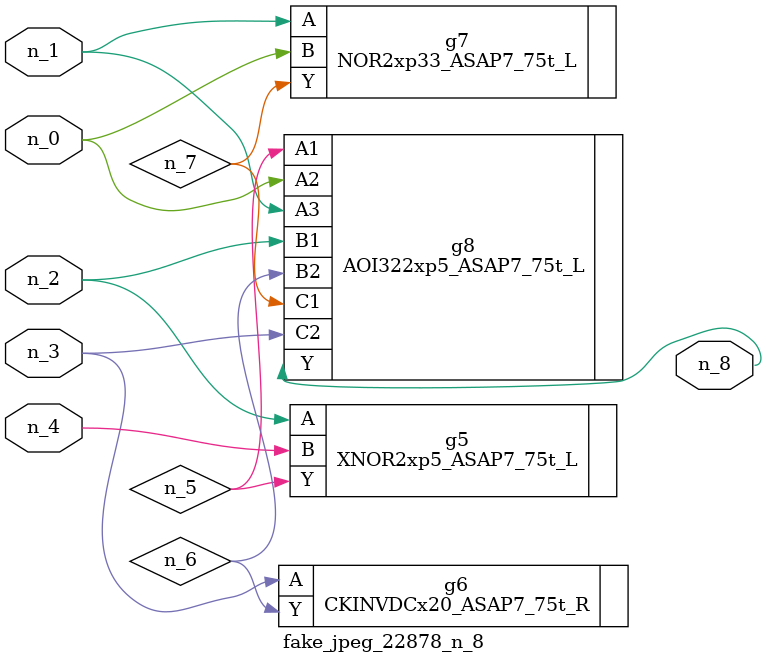
<source format=v>
module fake_jpeg_22878_n_8 (n_3, n_2, n_1, n_0, n_4, n_8);

input n_3;
input n_2;
input n_1;
input n_0;
input n_4;

output n_8;

wire n_6;
wire n_5;
wire n_7;

XNOR2xp5_ASAP7_75t_L g5 ( 
.A(n_2),
.B(n_4),
.Y(n_5)
);

CKINVDCx20_ASAP7_75t_R g6 ( 
.A(n_3),
.Y(n_6)
);

NOR2xp33_ASAP7_75t_L g7 ( 
.A(n_1),
.B(n_0),
.Y(n_7)
);

AOI322xp5_ASAP7_75t_L g8 ( 
.A1(n_5),
.A2(n_0),
.A3(n_1),
.B1(n_2),
.B2(n_6),
.C1(n_7),
.C2(n_3),
.Y(n_8)
);


endmodule
</source>
